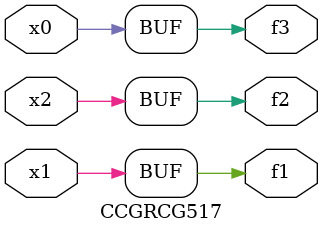
<source format=v>
module CCGRCG517(
	input x0, x1, x2,
	output f1, f2, f3
);
	assign f1 = x1;
	assign f2 = x2;
	assign f3 = x0;
endmodule

</source>
